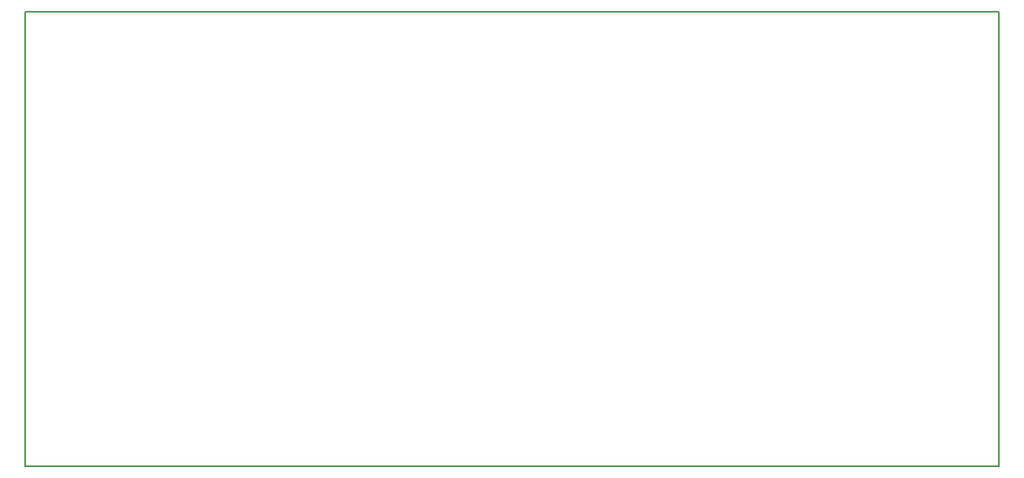
<source format=gm1>
G04 #@! TF.GenerationSoftware,KiCad,Pcbnew,(5.0.0)*
G04 #@! TF.CreationDate,2018-08-14T00:58:01+01:00*
G04 #@! TF.ProjectId,distboard,64697374626F6172642E6B696361645F,rev?*
G04 #@! TF.SameCoordinates,Original*
G04 #@! TF.FileFunction,Profile,NP*
%FSLAX46Y46*%
G04 Gerber Fmt 4.6, Leading zero omitted, Abs format (unit mm)*
G04 Created by KiCad (PCBNEW (5.0.0)) date 08/14/18 00:58:01*
%MOMM*%
%LPD*%
G01*
G04 APERTURE LIST*
%ADD10C,0.150000*%
G04 APERTURE END LIST*
D10*
X185000000Y-79000000D02*
X80000000Y-79000000D01*
X80000000Y-30000000D02*
X80000000Y-79000000D01*
X185000000Y-30000000D02*
X80000000Y-30000000D01*
X185000000Y-79000000D02*
X185000000Y-30000000D01*
M02*

</source>
